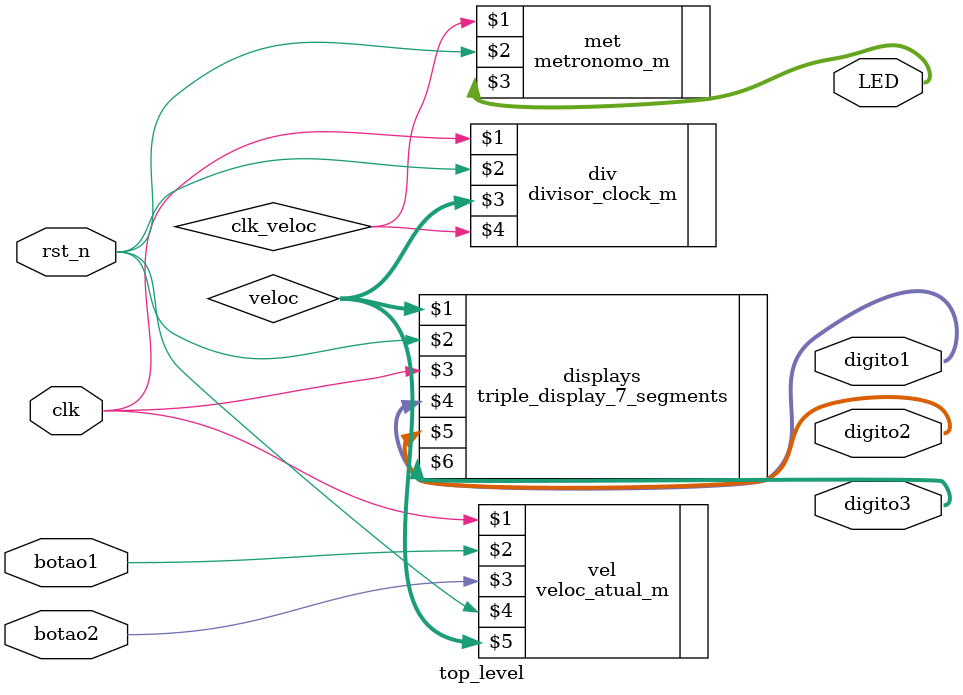
<source format=sv>
`timescale 1ns / 1ps

module top_level
# (parameter width = 2)
(
    input clk,
    input rst_n,
    input botao1, // decrementa a velocidade em 10
    input botao2, // incrementa a velocidade em 10
    output logic [width - 1:0] LED, // leds - saída
    output logic [6:0] digito1, digito2, digito3
);

wire [7:0] veloc;
wire inc, dec;

veloc_atual_m   vel(clk, botao1, botao2, rst_n, veloc);                  // alteramos a velocidade de acordo com os botões
divisor_clock_m div(clk, rst_n, veloc, clk_veloc);                 // a velocidade retorna o clock de acordo com o BPM
triple_display_7_segments  displays(veloc, rst_n, clk, digito1, digito2, digito3); // saída dos dígitos
metronomo_m     met(clk_veloc, rst_n, LED);                        // os leds acendem de acordo com o 'clk_veloc'

endmodule : top_level
</source>
